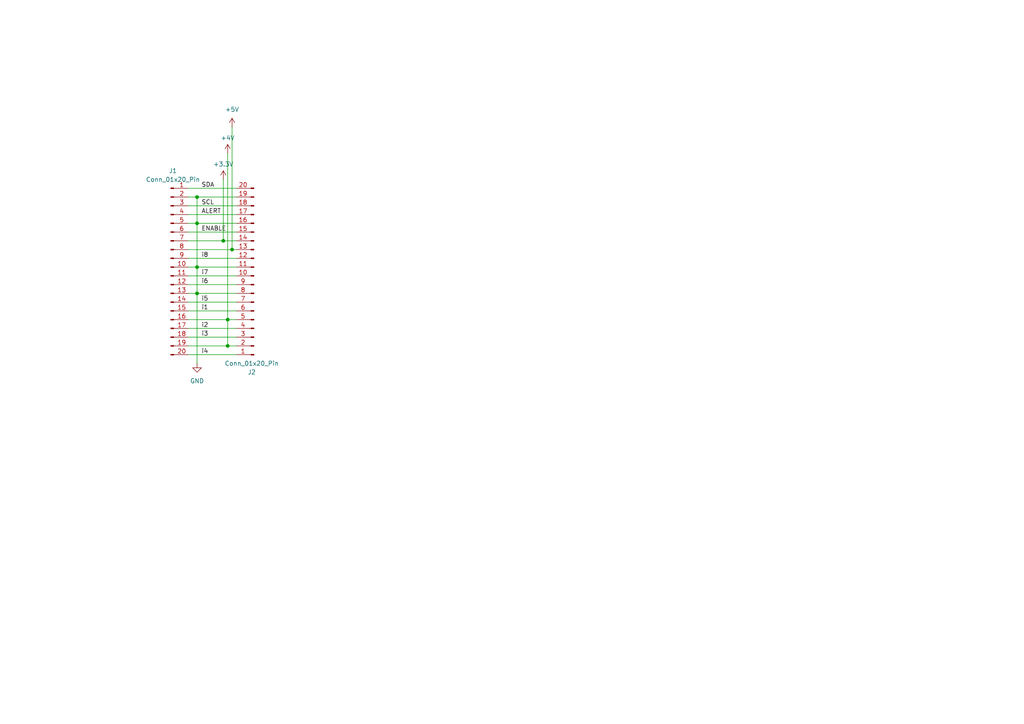
<source format=kicad_sch>
(kicad_sch (version 20231120) (generator "eeschema") (generator_version "8.0")
  (paper "A4")
  (lib_symbols
    (symbol "Connector:Conn_01x20_Pin" (pin_names (offset 1.016) hide)
      (property "Reference" "J" (at 0 25.4 0))
      (property "Value" "Conn_01x20_Pin" (at 0 -27.94 0))
      (symbol "Conn_01x20_Pin_1_1"
        (polyline (pts (xy 1.27 -25.4) (xy 0.8636 -25.4)) (stroke (width 0.1524)))
        (polyline (pts (xy 1.27 -22.86) (xy 0.8636 -22.86)) (stroke (width 0.1524)))
        (polyline (pts (xy 1.27 -20.32) (xy 0.8636 -20.32)) (stroke (width 0.1524)))
        (polyline (pts (xy 1.27 -17.78) (xy 0.8636 -17.78)) (stroke (width 0.1524)))
        (polyline (pts (xy 1.27 -15.24) (xy 0.8636 -15.24)) (stroke (width 0.1524)))
        (polyline (pts (xy 1.27 -12.7) (xy 0.8636 -12.7)) (stroke (width 0.1524)))
        (polyline (pts (xy 1.27 -10.16) (xy 0.8636 -10.16)) (stroke (width 0.1524)))
        (polyline (pts (xy 1.27 -7.62) (xy 0.8636 -7.62)) (stroke (width 0.1524)))
        (polyline (pts (xy 1.27 -5.08) (xy 0.8636 -5.08)) (stroke (width 0.1524)))
        (polyline (pts (xy 1.27 -2.54) (xy 0.8636 -2.54)) (stroke (width 0.1524)))
        (polyline (pts (xy 1.27 0) (xy 0.8636 0)) (stroke (width 0.1524)))
        (polyline (pts (xy 1.27 2.54) (xy 0.8636 2.54)) (stroke (width 0.1524)))
        (polyline (pts (xy 1.27 5.08) (xy 0.8636 5.08)) (stroke (width 0.1524)))
        (polyline (pts (xy 1.27 7.62) (xy 0.8636 7.62)) (stroke (width 0.1524)))
        (polyline (pts (xy 1.27 10.16) (xy 0.8636 10.16)) (stroke (width 0.1524)))
        (polyline (pts (xy 1.27 12.7) (xy 0.8636 12.7)) (stroke (width 0.1524)))
        (polyline (pts (xy 1.27 15.24) (xy 0.8636 15.24)) (stroke (width 0.1524)))
        (polyline (pts (xy 1.27 17.78) (xy 0.8636 17.78)) (stroke (width 0.1524)))
        (polyline (pts (xy 1.27 20.32) (xy 0.8636 20.32)) (stroke (width 0.1524)))
        (polyline (pts (xy 1.27 22.86) (xy 0.8636 22.86)) (stroke (width 0.1524)))
        (rectangle (start 0.8636 -25.273) (end 0 -25.527) (stroke (width 0.1524)) (fill (type outline)))
        (rectangle (start 0.8636 -22.733) (end 0 -22.987) (stroke (width 0.1524)) (fill (type outline)))
        (rectangle (start 0.8636 -20.193) (end 0 -20.447) (stroke (width 0.1524)) (fill (type outline)))
        (rectangle (start 0.8636 -17.653) (end 0 -17.907) (stroke (width 0.1524)) (fill (type outline)))
        (rectangle (start 0.8636 -15.113) (end 0 -15.367) (stroke (width 0.1524)) (fill (type outline)))
        (rectangle (start 0.8636 -12.573) (end 0 -12.827) (stroke (width 0.1524)) (fill (type outline)))
        (rectangle (start 0.8636 -10.033) (end 0 -10.287) (stroke (width 0.1524)) (fill (type outline)))
        (rectangle (start 0.8636 -7.493) (end 0 -7.747) (stroke (width 0.1524)) (fill (type outline)))
        (rectangle (start 0.8636 -4.953) (end 0 -5.207) (stroke (width 0.1524)) (fill (type outline)))
        (rectangle (start 0.8636 -2.413) (end 0 -2.667) (stroke (width 0.1524)) (fill (type outline)))
        (rectangle (start 0.8636 0.127) (end 0 -0.127) (stroke (width 0.1524)) (fill (type outline)))
        (rectangle (start 0.8636 2.667) (end 0 2.413) (stroke (width 0.1524)) (fill (type outline)))
        (rectangle (start 0.8636 5.207) (end 0 4.953) (stroke (width 0.1524)) (fill (type outline)))
        (rectangle (start 0.8636 7.747) (end 0 7.493) (stroke (width 0.1524)) (fill (type outline)))
        (rectangle (start 0.8636 10.287) (end 0 10.033) (stroke (width 0.1524)) (fill (type outline)))
        (rectangle (start 0.8636 12.827) (end 0 12.573) (stroke (width 0.1524)) (fill (type outline)))
        (rectangle (start 0.8636 15.367) (end 0 15.113) (stroke (width 0.1524)) (fill (type outline)))
        (rectangle (start 0.8636 17.907) (end 0 17.653) (stroke (width 0.1524)) (fill (type outline)))
        (rectangle (start 0.8636 20.447) (end 0 20.193) (stroke (width 0.1524)) (fill (type outline)))
        (rectangle (start 0.8636 22.987) (end 0 22.733) (stroke (width 0.1524)) (fill (type outline)))
        (pin passive line (at 5.08 22.86 180) (length 3.81) (name "Pin_1") (number "1"))
        (pin passive line (at 5.08 0 180) (length 3.81) (name "Pin_10") (number "10"))
        (pin passive line (at 5.08 -2.54 180) (length 3.81) (name "Pin_11") (number "11"))
        (pin passive line (at 5.08 -5.08 180) (length 3.81) (name "Pin_12") (number "12"))
        (pin passive line (at 5.08 -7.62 180) (length 3.81) (name "Pin_13") (number "13"))
        (pin passive line (at 5.08 -10.16 180) (length 3.81) (name "Pin_14") (number "14"))
        (pin passive line (at 5.08 -12.7 180) (length 3.81) (name "Pin_15") (number "15"))
        (pin passive line (at 5.08 -15.24 180) (length 3.81) (name "Pin_16") (number "16"))
        (pin passive line (at 5.08 -17.78 180) (length 3.81) (name "Pin_17") (number "17"))
        (pin passive line (at 5.08 -20.32 180) (length 3.81) (name "Pin_18") (number "18"))
        (pin passive line (at 5.08 -22.86 180) (length 3.81) (name "Pin_19") (number "19"))
        (pin passive line (at 5.08 20.32 180) (length 3.81) (name "Pin_2") (number "2"))
        (pin passive line (at 5.08 -25.4 180) (length 3.81) (name "Pin_20") (number "20"))
        (pin passive line (at 5.08 17.78 180) (length 3.81) (name "Pin_3") (number "3"))
        (pin passive line (at 5.08 15.24 180) (length 3.81) (name "Pin_4") (number "4"))
        (pin passive line (at 5.08 12.7 180) (length 3.81) (name "Pin_5") (number "5"))
        (pin passive line (at 5.08 10.16 180) (length 3.81) (name "Pin_6") (number "6"))
        (pin passive line (at 5.08 7.62 180) (length 3.81) (name "Pin_7") (number "7"))
        (pin passive line (at 5.08 5.08 180) (length 3.81) (name "Pin_8") (number "8"))
        (pin passive line (at 5.08 2.54 180) (length 3.81) (name "Pin_9") (number "9"))
      )
    )
    (symbol "power:+3.3V" (power) (pin_numbers hide) (pin_names (offset 0) hide)
      (property "Value" "+3.3V" (at 0 3.556 0))
      (symbol "+3.3V_0_1"
        (polyline (pts (xy -0.762 1.27) (xy 0 2.54)))
        (polyline (pts (xy 0 0) (xy 0 2.54)))
        (polyline (pts (xy 0 2.54) (xy 0.762 1.27)))
      )
      (symbol "+3.3V_1_1"
        (pin power_in line (at 0 0 90) (length 0) (name "~") (number "1"))
      )
    )
    (symbol "power:+4V" (power) (pin_numbers hide) (pin_names (offset 0) hide)
      (property "Value" "+4V" (at 0 3.556 0))
      (symbol "+4V_0_1"
        (polyline (pts (xy -0.762 1.27) (xy 0 2.54)))
        (polyline (pts (xy 0 0) (xy 0 2.54)))
        (polyline (pts (xy 0 2.54) (xy 0.762 1.27)))
      )
      (symbol "+4V_1_1"
        (pin power_in line (at 0 0 90) (length 0) (name "~") (number "1"))
      )
    )
    (symbol "power:+5V" (power) (pin_numbers hide) (pin_names (offset 0) hide)
      (property "Value" "+5V" (at 0 3.556 0))
      (symbol "+5V_0_1"
        (polyline (pts (xy -0.762 1.27) (xy 0 2.54)))
        (polyline (pts (xy 0 0) (xy 0 2.54)))
        (polyline (pts (xy 0 2.54) (xy 0.762 1.27)))
      )
      (symbol "+5V_1_1"
        (pin power_in line (at 0 0 90) (length 0) (name "~") (number "1"))
      )
    )
    (symbol "power:GND" (power) (pin_numbers hide) (pin_names (offset 0) hide)
      (property "Value" "GND" (at 0 -3.81 0))
      (symbol "GND_0_1"
        (polyline (pts (xy 0 0) (xy 0 -1.27) (xy 1.27 -1.27) (xy 0 -2.54) (xy -1.27 -1.27) (xy 0 -1.27)))
      )
      (symbol "GND_1_1"
        (pin power_in line (at 0 0 270) (length 0) (name "~") (number "1"))
      )
    )
  )
  (junction (at 66.04 100.33))
  (junction (at 64.77 69.85))
  (junction (at 67.31 72.39))
  (junction (at 57.15 77.47))
  (junction (at 57.15 57.15))
  (junction (at 66.04 92.71))
  (junction (at 57.15 64.77))
  (junction (at 57.15 85.09))
  (wire (pts (xy 67.31 36.83) (xy 67.31 72.39)))
  (wire (pts (xy 66.04 92.71) (xy 68.58 92.71)))
  (wire (pts (xy 54.61 85.09) (xy 57.15 85.09)))
  (wire (pts (xy 54.61 95.25) (xy 68.58 95.25)))
  (wire (pts (xy 54.61 77.47) (xy 57.15 77.47)))
  (wire (pts (xy 54.61 100.33) (xy 66.04 100.33)))
  (wire (pts (xy 54.61 82.55) (xy 68.58 82.55)))
  (wire (pts (xy 66.04 44.45) (xy 66.04 92.71)))
  (wire (pts (xy 54.61 80.01) (xy 68.58 80.01)))
  (wire (pts (xy 54.61 59.69) (xy 68.58 59.69)))
  (wire (pts (xy 66.04 100.33) (xy 68.58 100.33)))
  (wire (pts (xy 54.61 57.15) (xy 57.15 57.15)))
  (wire (pts (xy 54.61 54.61) (xy 68.58 54.61)))
  (wire (pts (xy 57.15 77.47) (xy 68.58 77.47)))
  (wire (pts (xy 54.61 62.23) (xy 68.58 62.23)))
  (wire (pts (xy 54.61 64.77) (xy 57.15 64.77)))
  (wire (pts (xy 57.15 85.09) (xy 57.15 105.41)))
  (wire (pts (xy 54.61 87.63) (xy 68.58 87.63)))
  (wire (pts (xy 57.15 77.47) (xy 57.15 85.09)))
  (wire (pts (xy 67.31 72.39) (xy 68.58 72.39)))
  (wire (pts (xy 54.61 67.31) (xy 68.58 67.31)))
  (wire (pts (xy 54.61 92.71) (xy 66.04 92.71)))
  (wire (pts (xy 54.61 72.39) (xy 67.31 72.39)))
  (wire (pts (xy 54.61 90.17) (xy 68.58 90.17)))
  (wire (pts (xy 57.15 64.77) (xy 68.58 64.77)))
  (wire (pts (xy 54.61 97.79) (xy 68.58 97.79)))
  (wire (pts (xy 66.04 92.71) (xy 66.04 100.33)))
  (wire (pts (xy 64.77 69.85) (xy 68.58 69.85)))
  (wire (pts (xy 57.15 57.15) (xy 68.58 57.15)))
  (wire (pts (xy 54.61 102.87) (xy 68.58 102.87)))
  (wire (pts (xy 54.61 74.93) (xy 68.58 74.93)))
  (wire (pts (xy 54.61 69.85) (xy 64.77 69.85)))
  (wire (pts (xy 57.15 64.77) (xy 57.15 77.47)))
  (wire (pts (xy 64.77 52.07) (xy 64.77 69.85)))
  (wire (pts (xy 57.15 57.15) (xy 57.15 64.77)))
  (wire (pts (xy 57.15 85.09) (xy 68.58 85.09)))
  (label "i2" (at 58.42 95.25 0))
  (label "i5" (at 58.42 87.63 0))
  (label "SDA" (at 58.42 54.61 0))
  (label "i3" (at 58.42 97.79 0))
  (label "ALERT" (at 58.42 62.23 0))
  (label "i4" (at 58.42 102.87 0))
  (label "i8" (at 58.42 74.93 0))
  (label "i7" (at 58.42 80.01 0))
  (label "i1" (at 58.42 90.17 0))
  (label "ENABLE" (at 58.42 67.31 0))
  (label "i6" (at 58.42 82.55 0))
  (label "SCL" (at 58.42 59.69 0))
  (symbol (lib_id "power:+5V") (at 67.31 36.83 0) (unit 1)
    (property "Reference" "#PWR09" (effects (hide yes)))
    (property "Value" "+5V" (at 67.31 31.75 0))
    (property "Description" "Power symbol creates a global label with name \"+5V\"" (effects (hide yes)))
  )
  (symbol (lib_id "Connector:Conn_01x20_Pin") (at 73.66 80.01 180) (unit 1)
    (property "Reference" "J2" (at 73.025 107.95 0))
    (property "Value" "Conn_01x20_Pin" (at 73.025 105.41 0))
    (property "Footprint" "Connector:Flex connector for 10172832" (effects (hide yes)))
    (property "Description" "Generic connector, single row, 01x20, script generated" (effects (hide yes)))
  )
  (symbol (lib_id "power:GND") (at 57.15 105.41 0) (unit 1)
    (property "Reference" "#PWR07" (effects (hide yes)))
    (property "Value" "GND" (at 57.15 110.49 0))
    (property "Description" "Power symbol creates a global label with name \"GND\" , ground" (effects (hide yes)))
  )
  (symbol (lib_id "power:+4V") (at 66.04 44.45 0) (unit 1)
    (property "Reference" "#PWR010" (effects (hide yes)))
    (property "Value" "+4V" (at 66.04 40.005 0))
    (property "Description" "Power symbol creates a global label with name \"+4V\"" (effects (hide yes)))
  )
  (symbol (lib_id "Connector:Conn_01x20_Pin") (at 49.53 77.47 0) (unit 1)
    (property "Reference" "J1" (at 50.165 49.53 0))
    (property "Value" "Conn_01x20_Pin" (at 50.165 52.07 0))
    (property "Footprint" "Connector:Flex connector for 10172832" (effects (hide yes)))
    (property "Description" "Generic connector, single row, 01x20, script generated" (effects (hide yes)))
  )
  (symbol (lib_id "power:+3.3V") (at 64.77 52.07 0) (unit 1)
    (property "Reference" "#PWR08" (effects (hide yes)))
    (property "Value" "+3.3V" (at 64.77 47.625 0))
    (property "Description" "Power symbol creates a global label with name \"+3.3V\"" (effects (hide yes)))
  )
)
</source>
